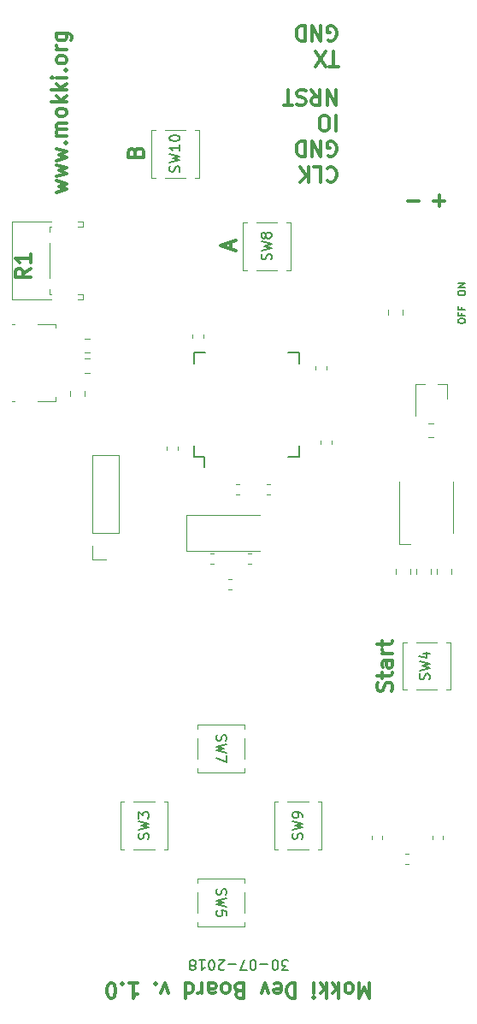
<source format=gbr>
G04 #@! TF.GenerationSoftware,KiCad,Pcbnew,5.0.0*
G04 #@! TF.CreationDate,2018-07-31T02:42:52+02:00*
G04 #@! TF.ProjectId,mokki-dev-board,6D6F6B6B692D6465762D626F6172642E,rev?*
G04 #@! TF.SameCoordinates,Original*
G04 #@! TF.FileFunction,Legend,Top*
G04 #@! TF.FilePolarity,Positive*
%FSLAX46Y46*%
G04 Gerber Fmt 4.6, Leading zero omitted, Abs format (unit mm)*
G04 Created by KiCad (PCBNEW 5.0.0) date Tue Jul 31 02:42:52 2018*
%MOMM*%
%LPD*%
G01*
G04 APERTURE LIST*
%ADD10C,0.175000*%
%ADD11C,0.300000*%
%ADD12C,0.200000*%
%ADD13C,0.150000*%
%ADD14C,0.120000*%
G04 APERTURE END LIST*
D10*
X274572901Y-92038282D02*
X274572901Y-91904949D01*
X274606235Y-91838282D01*
X274672901Y-91771615D01*
X274806235Y-91738282D01*
X275039568Y-91738282D01*
X275172901Y-91771615D01*
X275239568Y-91838282D01*
X275272901Y-91904949D01*
X275272901Y-92038282D01*
X275239568Y-92104949D01*
X275172901Y-92171615D01*
X275039568Y-92204949D01*
X274806235Y-92204949D01*
X274672901Y-92171615D01*
X274606235Y-92104949D01*
X274572901Y-92038282D01*
X275272901Y-91438282D02*
X274572901Y-91438282D01*
X275272901Y-91038282D01*
X274572901Y-91038282D01*
X274572901Y-94811615D02*
X274572901Y-94678282D01*
X274606235Y-94611615D01*
X274672901Y-94544949D01*
X274806235Y-94511615D01*
X275039568Y-94511615D01*
X275172901Y-94544949D01*
X275239568Y-94611615D01*
X275272901Y-94678282D01*
X275272901Y-94811615D01*
X275239568Y-94878282D01*
X275172901Y-94944949D01*
X275039568Y-94978282D01*
X274806235Y-94978282D01*
X274672901Y-94944949D01*
X274606235Y-94878282D01*
X274572901Y-94811615D01*
X274906235Y-93978282D02*
X274906235Y-94211615D01*
X275272901Y-94211615D02*
X274572901Y-94211615D01*
X274572901Y-93878282D01*
X274906235Y-93378282D02*
X274906235Y-93611615D01*
X275272901Y-93611615D02*
X274572901Y-93611615D01*
X274572901Y-93278282D01*
D11*
X232200806Y-89568949D02*
X231486520Y-90068949D01*
X232200806Y-90426091D02*
X230700806Y-90426091D01*
X230700806Y-89854663D01*
X230772235Y-89711806D01*
X230843663Y-89640377D01*
X230986520Y-89568949D01*
X231200806Y-89568949D01*
X231343663Y-89640377D01*
X231415092Y-89711806D01*
X231486520Y-89854663D01*
X231486520Y-90426091D01*
X232200806Y-88140377D02*
X232200806Y-88997520D01*
X232200806Y-88568949D02*
X230700806Y-88568949D01*
X230915092Y-88711806D01*
X231057949Y-88854663D01*
X231129377Y-88997520D01*
X242591092Y-78035806D02*
X242662520Y-77821520D01*
X242733949Y-77750091D01*
X242876806Y-77678663D01*
X243091092Y-77678663D01*
X243233949Y-77750091D01*
X243305377Y-77821520D01*
X243376806Y-77964377D01*
X243376806Y-78535806D01*
X241876806Y-78535806D01*
X241876806Y-78035806D01*
X241948235Y-77892949D01*
X242019663Y-77821520D01*
X242162520Y-77750091D01*
X242305377Y-77750091D01*
X242448235Y-77821520D01*
X242519663Y-77892949D01*
X242591092Y-78035806D01*
X242591092Y-78535806D01*
X252092235Y-87644091D02*
X252092235Y-86929806D01*
X252520806Y-87786949D02*
X251020806Y-87286949D01*
X252520806Y-86786949D01*
X267943377Y-131371520D02*
X268014806Y-131157234D01*
X268014806Y-130800091D01*
X267943377Y-130657234D01*
X267871949Y-130585806D01*
X267729092Y-130514377D01*
X267586235Y-130514377D01*
X267443377Y-130585806D01*
X267371949Y-130657234D01*
X267300520Y-130800091D01*
X267229092Y-131085806D01*
X267157663Y-131228663D01*
X267086235Y-131300091D01*
X266943377Y-131371520D01*
X266800520Y-131371520D01*
X266657663Y-131300091D01*
X266586235Y-131228663D01*
X266514806Y-131085806D01*
X266514806Y-130728663D01*
X266586235Y-130514377D01*
X267014806Y-130085806D02*
X267014806Y-129514377D01*
X266514806Y-129871520D02*
X267800520Y-129871520D01*
X267943377Y-129800091D01*
X268014806Y-129657234D01*
X268014806Y-129514377D01*
X268014806Y-128371520D02*
X267229092Y-128371520D01*
X267086235Y-128442949D01*
X267014806Y-128585806D01*
X267014806Y-128871520D01*
X267086235Y-129014377D01*
X267943377Y-128371520D02*
X268014806Y-128514377D01*
X268014806Y-128871520D01*
X267943377Y-129014377D01*
X267800520Y-129085806D01*
X267657663Y-129085806D01*
X267514806Y-129014377D01*
X267443377Y-128871520D01*
X267443377Y-128514377D01*
X267371949Y-128371520D01*
X268014806Y-127657234D02*
X267014806Y-127657234D01*
X267300520Y-127657234D02*
X267157663Y-127585806D01*
X267086235Y-127514377D01*
X267014806Y-127371520D01*
X267014806Y-127228663D01*
X267014806Y-126942949D02*
X267014806Y-126371520D01*
X266514806Y-126728663D02*
X267800520Y-126728663D01*
X267943377Y-126657234D01*
X268014806Y-126514377D01*
X268014806Y-126371520D01*
X261680377Y-66954949D02*
X261823235Y-67026377D01*
X262037520Y-67026377D01*
X262251806Y-66954949D01*
X262394663Y-66812091D01*
X262466092Y-66669234D01*
X262537520Y-66383520D01*
X262537520Y-66169234D01*
X262466092Y-65883520D01*
X262394663Y-65740663D01*
X262251806Y-65597806D01*
X262037520Y-65526377D01*
X261894663Y-65526377D01*
X261680377Y-65597806D01*
X261608949Y-65669234D01*
X261608949Y-66169234D01*
X261894663Y-66169234D01*
X260966092Y-65526377D02*
X260966092Y-67026377D01*
X260108949Y-65526377D01*
X260108949Y-67026377D01*
X259394663Y-65526377D02*
X259394663Y-67026377D01*
X259037520Y-67026377D01*
X258823235Y-66954949D01*
X258680377Y-66812091D01*
X258608949Y-66669234D01*
X258537520Y-66383520D01*
X258537520Y-66169234D01*
X258608949Y-65883520D01*
X258680377Y-65740663D01*
X258823235Y-65597806D01*
X259037520Y-65526377D01*
X259394663Y-65526377D01*
X262680377Y-69566377D02*
X261823235Y-69566377D01*
X262251806Y-68066377D02*
X262251806Y-69566377D01*
X261466092Y-69566377D02*
X260466092Y-68066377D01*
X260466092Y-69566377D02*
X261466092Y-68066377D01*
X262466092Y-71876377D02*
X262466092Y-73376377D01*
X261608949Y-71876377D01*
X261608949Y-73376377D01*
X260037520Y-71876377D02*
X260537520Y-72590663D01*
X260894663Y-71876377D02*
X260894663Y-73376377D01*
X260323235Y-73376377D01*
X260180377Y-73304949D01*
X260108949Y-73233520D01*
X260037520Y-73090663D01*
X260037520Y-72876377D01*
X260108949Y-72733520D01*
X260180377Y-72662091D01*
X260323235Y-72590663D01*
X260894663Y-72590663D01*
X259466092Y-71947806D02*
X259251806Y-71876377D01*
X258894663Y-71876377D01*
X258751806Y-71947806D01*
X258680377Y-72019234D01*
X258608949Y-72162091D01*
X258608949Y-72304949D01*
X258680377Y-72447806D01*
X258751806Y-72519234D01*
X258894663Y-72590663D01*
X259180377Y-72662091D01*
X259323235Y-72733520D01*
X259394663Y-72804949D01*
X259466092Y-72947806D01*
X259466092Y-73090663D01*
X259394663Y-73233520D01*
X259323235Y-73304949D01*
X259180377Y-73376377D01*
X258823235Y-73376377D01*
X258608949Y-73304949D01*
X258180377Y-73376377D02*
X257323235Y-73376377D01*
X257751806Y-71876377D02*
X257751806Y-73376377D01*
X262466092Y-74416377D02*
X262466092Y-75916377D01*
X261466092Y-75916377D02*
X261180377Y-75916377D01*
X261037520Y-75844949D01*
X260894663Y-75702091D01*
X260823235Y-75416377D01*
X260823235Y-74916377D01*
X260894663Y-74630663D01*
X261037520Y-74487806D01*
X261180377Y-74416377D01*
X261466092Y-74416377D01*
X261608949Y-74487806D01*
X261751806Y-74630663D01*
X261823235Y-74916377D01*
X261823235Y-75416377D01*
X261751806Y-75702091D01*
X261608949Y-75844949D01*
X261466092Y-75916377D01*
X261680377Y-78384949D02*
X261823235Y-78456377D01*
X262037520Y-78456377D01*
X262251806Y-78384949D01*
X262394663Y-78242091D01*
X262466092Y-78099234D01*
X262537520Y-77813520D01*
X262537520Y-77599234D01*
X262466092Y-77313520D01*
X262394663Y-77170663D01*
X262251806Y-77027806D01*
X262037520Y-76956377D01*
X261894663Y-76956377D01*
X261680377Y-77027806D01*
X261608949Y-77099234D01*
X261608949Y-77599234D01*
X261894663Y-77599234D01*
X260966092Y-76956377D02*
X260966092Y-78456377D01*
X260108949Y-76956377D01*
X260108949Y-78456377D01*
X259394663Y-76956377D02*
X259394663Y-78456377D01*
X259037520Y-78456377D01*
X258823235Y-78384949D01*
X258680377Y-78242091D01*
X258608949Y-78099234D01*
X258537520Y-77813520D01*
X258537520Y-77599234D01*
X258608949Y-77313520D01*
X258680377Y-77170663D01*
X258823235Y-77027806D01*
X259037520Y-76956377D01*
X259394663Y-76956377D01*
X261608949Y-79639234D02*
X261680377Y-79567806D01*
X261894663Y-79496377D01*
X262037520Y-79496377D01*
X262251806Y-79567806D01*
X262394663Y-79710663D01*
X262466092Y-79853520D01*
X262537520Y-80139234D01*
X262537520Y-80353520D01*
X262466092Y-80639234D01*
X262394663Y-80782091D01*
X262251806Y-80924949D01*
X262037520Y-80996377D01*
X261894663Y-80996377D01*
X261680377Y-80924949D01*
X261608949Y-80853520D01*
X260251806Y-79496377D02*
X260966092Y-79496377D01*
X260966092Y-80996377D01*
X259751806Y-79496377D02*
X259751806Y-80996377D01*
X258894663Y-79496377D02*
X259537520Y-80353520D01*
X258894663Y-80996377D02*
X259751806Y-80139234D01*
X234771986Y-82007520D02*
X235771986Y-81721806D01*
X235057700Y-81436091D01*
X235771986Y-81150377D01*
X234771986Y-80864663D01*
X234771986Y-80436091D02*
X235771986Y-80150377D01*
X235057700Y-79864663D01*
X235771986Y-79578949D01*
X234771986Y-79293234D01*
X234771986Y-78864663D02*
X235771986Y-78578949D01*
X235057700Y-78293234D01*
X235771986Y-78007520D01*
X234771986Y-77721806D01*
X235629129Y-77150377D02*
X235700557Y-77078949D01*
X235771986Y-77150377D01*
X235700557Y-77221806D01*
X235629129Y-77150377D01*
X235771986Y-77150377D01*
X235771986Y-76436091D02*
X234771986Y-76436091D01*
X234914843Y-76436091D02*
X234843415Y-76364663D01*
X234771986Y-76221806D01*
X234771986Y-76007520D01*
X234843415Y-75864663D01*
X234986272Y-75793234D01*
X235771986Y-75793234D01*
X234986272Y-75793234D02*
X234843415Y-75721806D01*
X234771986Y-75578949D01*
X234771986Y-75364663D01*
X234843415Y-75221806D01*
X234986272Y-75150377D01*
X235771986Y-75150377D01*
X235771986Y-74221806D02*
X235700557Y-74364663D01*
X235629129Y-74436091D01*
X235486272Y-74507520D01*
X235057700Y-74507520D01*
X234914843Y-74436091D01*
X234843415Y-74364663D01*
X234771986Y-74221806D01*
X234771986Y-74007520D01*
X234843415Y-73864663D01*
X234914843Y-73793234D01*
X235057700Y-73721806D01*
X235486272Y-73721806D01*
X235629129Y-73793234D01*
X235700557Y-73864663D01*
X235771986Y-74007520D01*
X235771986Y-74221806D01*
X235771986Y-73078949D02*
X234271986Y-73078949D01*
X235200557Y-72936091D02*
X235771986Y-72507520D01*
X234771986Y-72507520D02*
X235343415Y-73078949D01*
X235771986Y-71864663D02*
X234271986Y-71864663D01*
X235200557Y-71721806D02*
X235771986Y-71293234D01*
X234771986Y-71293234D02*
X235343415Y-71864663D01*
X235771986Y-70650377D02*
X234771986Y-70650377D01*
X234271986Y-70650377D02*
X234343415Y-70721806D01*
X234414843Y-70650377D01*
X234343415Y-70578949D01*
X234271986Y-70650377D01*
X234414843Y-70650377D01*
X235629129Y-69936091D02*
X235700557Y-69864663D01*
X235771986Y-69936091D01*
X235700557Y-70007520D01*
X235629129Y-69936091D01*
X235771986Y-69936091D01*
X235771986Y-69007520D02*
X235700557Y-69150377D01*
X235629129Y-69221806D01*
X235486272Y-69293234D01*
X235057700Y-69293234D01*
X234914843Y-69221806D01*
X234843415Y-69150377D01*
X234771986Y-69007520D01*
X234771986Y-68793234D01*
X234843415Y-68650377D01*
X234914843Y-68578949D01*
X235057700Y-68507520D01*
X235486272Y-68507520D01*
X235629129Y-68578949D01*
X235700557Y-68650377D01*
X235771986Y-68793234D01*
X235771986Y-69007520D01*
X235771986Y-67864663D02*
X234771986Y-67864663D01*
X235057700Y-67864663D02*
X234914843Y-67793234D01*
X234843415Y-67721806D01*
X234771986Y-67578949D01*
X234771986Y-67436091D01*
X234771986Y-66293234D02*
X235986272Y-66293234D01*
X236129129Y-66364663D01*
X236200557Y-66436091D01*
X236271986Y-66578949D01*
X236271986Y-66793234D01*
X236200557Y-66936091D01*
X235700557Y-66293234D02*
X235771986Y-66436091D01*
X235771986Y-66721806D01*
X235700557Y-66864663D01*
X235629129Y-66936091D01*
X235486272Y-67007520D01*
X235057700Y-67007520D01*
X234914843Y-66936091D01*
X234843415Y-66864663D01*
X234771986Y-66721806D01*
X234771986Y-66436091D01*
X234843415Y-66293234D01*
D12*
X257734996Y-158992568D02*
X257115949Y-158992568D01*
X257449282Y-158611615D01*
X257306425Y-158611615D01*
X257211187Y-158563996D01*
X257163568Y-158516377D01*
X257115949Y-158421139D01*
X257115949Y-158183044D01*
X257163568Y-158087806D01*
X257211187Y-158040187D01*
X257306425Y-157992568D01*
X257592139Y-157992568D01*
X257687377Y-158040187D01*
X257734996Y-158087806D01*
X256496901Y-158992568D02*
X256401663Y-158992568D01*
X256306425Y-158944949D01*
X256258806Y-158897329D01*
X256211187Y-158802091D01*
X256163568Y-158611615D01*
X256163568Y-158373520D01*
X256211187Y-158183044D01*
X256258806Y-158087806D01*
X256306425Y-158040187D01*
X256401663Y-157992568D01*
X256496901Y-157992568D01*
X256592139Y-158040187D01*
X256639758Y-158087806D01*
X256687377Y-158183044D01*
X256734996Y-158373520D01*
X256734996Y-158611615D01*
X256687377Y-158802091D01*
X256639758Y-158897329D01*
X256592139Y-158944949D01*
X256496901Y-158992568D01*
X255734996Y-158373520D02*
X254973092Y-158373520D01*
X254306425Y-158992568D02*
X254211187Y-158992568D01*
X254115949Y-158944949D01*
X254068330Y-158897329D01*
X254020711Y-158802091D01*
X253973092Y-158611615D01*
X253973092Y-158373520D01*
X254020711Y-158183044D01*
X254068330Y-158087806D01*
X254115949Y-158040187D01*
X254211187Y-157992568D01*
X254306425Y-157992568D01*
X254401663Y-158040187D01*
X254449282Y-158087806D01*
X254496901Y-158183044D01*
X254544520Y-158373520D01*
X254544520Y-158611615D01*
X254496901Y-158802091D01*
X254449282Y-158897329D01*
X254401663Y-158944949D01*
X254306425Y-158992568D01*
X253639758Y-158992568D02*
X252973092Y-158992568D01*
X253401663Y-157992568D01*
X252592139Y-158373520D02*
X251830235Y-158373520D01*
X251401663Y-158897329D02*
X251354044Y-158944949D01*
X251258806Y-158992568D01*
X251020711Y-158992568D01*
X250925473Y-158944949D01*
X250877854Y-158897329D01*
X250830235Y-158802091D01*
X250830235Y-158706853D01*
X250877854Y-158563996D01*
X251449282Y-157992568D01*
X250830235Y-157992568D01*
X250211187Y-158992568D02*
X250115949Y-158992568D01*
X250020711Y-158944949D01*
X249973092Y-158897329D01*
X249925473Y-158802091D01*
X249877854Y-158611615D01*
X249877854Y-158373520D01*
X249925473Y-158183044D01*
X249973092Y-158087806D01*
X250020711Y-158040187D01*
X250115949Y-157992568D01*
X250211187Y-157992568D01*
X250306425Y-158040187D01*
X250354044Y-158087806D01*
X250401663Y-158183044D01*
X250449282Y-158373520D01*
X250449282Y-158611615D01*
X250401663Y-158802091D01*
X250354044Y-158897329D01*
X250306425Y-158944949D01*
X250211187Y-158992568D01*
X248925473Y-157992568D02*
X249496901Y-157992568D01*
X249211187Y-157992568D02*
X249211187Y-158992568D01*
X249306425Y-158849710D01*
X249401663Y-158754472D01*
X249496901Y-158706853D01*
X248354044Y-158563996D02*
X248449282Y-158611615D01*
X248496901Y-158659234D01*
X248544520Y-158754472D01*
X248544520Y-158802091D01*
X248496901Y-158897329D01*
X248449282Y-158944949D01*
X248354044Y-158992568D01*
X248163568Y-158992568D01*
X248068330Y-158944949D01*
X248020711Y-158897329D01*
X247973092Y-158802091D01*
X247973092Y-158754472D01*
X248020711Y-158659234D01*
X248068330Y-158611615D01*
X248163568Y-158563996D01*
X248354044Y-158563996D01*
X248449282Y-158516377D01*
X248496901Y-158468758D01*
X248544520Y-158373520D01*
X248544520Y-158183044D01*
X248496901Y-158087806D01*
X248449282Y-158040187D01*
X248354044Y-157992568D01*
X248163568Y-157992568D01*
X248068330Y-158040187D01*
X248020711Y-158087806D01*
X247973092Y-158183044D01*
X247973092Y-158373520D01*
X248020711Y-158468758D01*
X248068330Y-158516377D01*
X248163568Y-158563996D01*
D11*
X265794520Y-160268377D02*
X265794520Y-161768377D01*
X265294520Y-160696949D01*
X264794520Y-161768377D01*
X264794520Y-160268377D01*
X263865949Y-160268377D02*
X264008806Y-160339806D01*
X264080235Y-160411234D01*
X264151663Y-160554091D01*
X264151663Y-160982663D01*
X264080235Y-161125520D01*
X264008806Y-161196949D01*
X263865949Y-161268377D01*
X263651663Y-161268377D01*
X263508806Y-161196949D01*
X263437377Y-161125520D01*
X263365949Y-160982663D01*
X263365949Y-160554091D01*
X263437377Y-160411234D01*
X263508806Y-160339806D01*
X263651663Y-160268377D01*
X263865949Y-160268377D01*
X262723092Y-160268377D02*
X262723092Y-161768377D01*
X262580235Y-160839806D02*
X262151663Y-160268377D01*
X262151663Y-161268377D02*
X262723092Y-160696949D01*
X261508806Y-160268377D02*
X261508806Y-161768377D01*
X261365949Y-160839806D02*
X260937377Y-160268377D01*
X260937377Y-161268377D02*
X261508806Y-160696949D01*
X260294520Y-160268377D02*
X260294520Y-161268377D01*
X260294520Y-161768377D02*
X260365949Y-161696949D01*
X260294520Y-161625520D01*
X260223092Y-161696949D01*
X260294520Y-161768377D01*
X260294520Y-161625520D01*
X258437377Y-160268377D02*
X258437377Y-161768377D01*
X258080235Y-161768377D01*
X257865949Y-161696949D01*
X257723092Y-161554091D01*
X257651663Y-161411234D01*
X257580235Y-161125520D01*
X257580235Y-160911234D01*
X257651663Y-160625520D01*
X257723092Y-160482663D01*
X257865949Y-160339806D01*
X258080235Y-160268377D01*
X258437377Y-160268377D01*
X256365949Y-160339806D02*
X256508806Y-160268377D01*
X256794520Y-160268377D01*
X256937377Y-160339806D01*
X257008806Y-160482663D01*
X257008806Y-161054091D01*
X256937377Y-161196949D01*
X256794520Y-161268377D01*
X256508806Y-161268377D01*
X256365949Y-161196949D01*
X256294520Y-161054091D01*
X256294520Y-160911234D01*
X257008806Y-160768377D01*
X255794520Y-161268377D02*
X255437377Y-160268377D01*
X255080235Y-161268377D01*
X252865949Y-161054091D02*
X252651663Y-160982663D01*
X252580235Y-160911234D01*
X252508806Y-160768377D01*
X252508806Y-160554091D01*
X252580235Y-160411234D01*
X252651663Y-160339806D01*
X252794520Y-160268377D01*
X253365949Y-160268377D01*
X253365949Y-161768377D01*
X252865949Y-161768377D01*
X252723092Y-161696949D01*
X252651663Y-161625520D01*
X252580235Y-161482663D01*
X252580235Y-161339806D01*
X252651663Y-161196949D01*
X252723092Y-161125520D01*
X252865949Y-161054091D01*
X253365949Y-161054091D01*
X251651663Y-160268377D02*
X251794520Y-160339806D01*
X251865949Y-160411234D01*
X251937377Y-160554091D01*
X251937377Y-160982663D01*
X251865949Y-161125520D01*
X251794520Y-161196949D01*
X251651663Y-161268377D01*
X251437377Y-161268377D01*
X251294520Y-161196949D01*
X251223092Y-161125520D01*
X251151663Y-160982663D01*
X251151663Y-160554091D01*
X251223092Y-160411234D01*
X251294520Y-160339806D01*
X251437377Y-160268377D01*
X251651663Y-160268377D01*
X249865949Y-160268377D02*
X249865949Y-161054091D01*
X249937377Y-161196949D01*
X250080235Y-161268377D01*
X250365949Y-161268377D01*
X250508806Y-161196949D01*
X249865949Y-160339806D02*
X250008806Y-160268377D01*
X250365949Y-160268377D01*
X250508806Y-160339806D01*
X250580235Y-160482663D01*
X250580235Y-160625520D01*
X250508806Y-160768377D01*
X250365949Y-160839806D01*
X250008806Y-160839806D01*
X249865949Y-160911234D01*
X249151663Y-160268377D02*
X249151663Y-161268377D01*
X249151663Y-160982663D02*
X249080235Y-161125520D01*
X249008806Y-161196949D01*
X248865949Y-161268377D01*
X248723092Y-161268377D01*
X247580235Y-160268377D02*
X247580235Y-161768377D01*
X247580235Y-160339806D02*
X247723092Y-160268377D01*
X248008806Y-160268377D01*
X248151663Y-160339806D01*
X248223092Y-160411234D01*
X248294520Y-160554091D01*
X248294520Y-160982663D01*
X248223092Y-161125520D01*
X248151663Y-161196949D01*
X248008806Y-161268377D01*
X247723092Y-161268377D01*
X247580235Y-161196949D01*
X245865949Y-161268377D02*
X245508806Y-160268377D01*
X245151663Y-161268377D01*
X244580235Y-160411234D02*
X244508806Y-160339806D01*
X244580235Y-160268377D01*
X244651663Y-160339806D01*
X244580235Y-160411234D01*
X244580235Y-160268377D01*
X241937377Y-160268377D02*
X242794520Y-160268377D01*
X242365949Y-160268377D02*
X242365949Y-161768377D01*
X242508806Y-161554091D01*
X242651663Y-161411234D01*
X242794520Y-161339806D01*
X241294520Y-160411234D02*
X241223092Y-160339806D01*
X241294520Y-160268377D01*
X241365949Y-160339806D01*
X241294520Y-160411234D01*
X241294520Y-160268377D01*
X240294520Y-161768377D02*
X240151663Y-161768377D01*
X240008806Y-161696949D01*
X239937377Y-161625520D01*
X239865949Y-161482663D01*
X239794520Y-161196949D01*
X239794520Y-160839806D01*
X239865949Y-160554091D01*
X239937377Y-160411234D01*
X240008806Y-160339806D01*
X240151663Y-160268377D01*
X240294520Y-160268377D01*
X240437377Y-160339806D01*
X240508806Y-160411234D01*
X240580235Y-160554091D01*
X240651663Y-160839806D01*
X240651663Y-161196949D01*
X240580235Y-161482663D01*
X240508806Y-161625520D01*
X240437377Y-161696949D01*
X240294520Y-161768377D01*
X270701663Y-82861806D02*
X269558806Y-82861806D01*
X273241663Y-82861806D02*
X272098806Y-82861806D01*
X272670235Y-82290377D02*
X272670235Y-83433234D01*
D13*
G04 #@! TO.C,U1*
X249445235Y-108209949D02*
X249445235Y-109234949D01*
X248445235Y-97859949D02*
X248445235Y-98934949D01*
X258795235Y-97859949D02*
X258795235Y-98934949D01*
X258795235Y-108209949D02*
X258795235Y-107134949D01*
X248445235Y-108209949D02*
X248445235Y-107134949D01*
X258795235Y-108209949D02*
X257720235Y-108209949D01*
X258795235Y-97859949D02*
X257720235Y-97859949D01*
X248445235Y-97859949D02*
X249520235Y-97859949D01*
X248445235Y-108209949D02*
X249445235Y-108209949D01*
D14*
G04 #@! TO.C,C1*
X250033968Y-117764949D02*
X250376502Y-117764949D01*
X250033968Y-118784949D02*
X250376502Y-118784949D01*
G04 #@! TO.C,C2*
X271997466Y-145666249D02*
X271997466Y-146008783D01*
X273017466Y-145666249D02*
X273017466Y-146008783D01*
G04 #@! TO.C,C3*
X254125502Y-117764949D02*
X253782968Y-117764949D01*
X254125502Y-118784949D02*
X253782968Y-118784949D01*
G04 #@! TO.C,C4*
X267017466Y-145666249D02*
X267017466Y-146008783D01*
X265997466Y-145666249D02*
X265997466Y-146008783D01*
G04 #@! TO.C,C9*
X267642235Y-93638697D02*
X267642235Y-94161201D01*
X269062235Y-93638697D02*
X269062235Y-94161201D01*
G04 #@! TO.C,D1*
X274100235Y-110694949D02*
X274100235Y-115694949D01*
X269800235Y-116794949D02*
X268700235Y-116794949D01*
X268700235Y-116794949D02*
X268700235Y-110694949D01*
G04 #@! TO.C,J1*
X230380235Y-95044949D02*
X230640235Y-95044949D01*
X232920235Y-95044949D02*
X234690235Y-95044949D01*
X234690235Y-95044949D02*
X234690235Y-95424949D01*
X234690235Y-102664949D02*
X232920235Y-102664949D01*
X230640235Y-102664949D02*
X230380235Y-102664949D01*
X234690235Y-102664949D02*
X234690235Y-102284949D01*
G04 #@! TO.C,J3*
X239650235Y-118334949D02*
X238320235Y-118334949D01*
X238320235Y-118334949D02*
X238320235Y-117004949D01*
X238320235Y-115734949D02*
X238320235Y-108054949D01*
X240980235Y-108054949D02*
X238320235Y-108054949D01*
X240980235Y-115734949D02*
X240980235Y-108054949D01*
X240980235Y-115734949D02*
X238320235Y-115734949D01*
G04 #@! TO.C,Q1*
X273488235Y-101004949D02*
X273488235Y-102464949D01*
X270328235Y-101004949D02*
X270328235Y-104164949D01*
X270328235Y-101004949D02*
X271258235Y-101004949D01*
X273488235Y-101004949D02*
X272558235Y-101004949D01*
G04 #@! TO.C,R3*
X272160487Y-106284949D02*
X271637983Y-106284949D01*
X272160487Y-104864949D02*
X271637983Y-104864949D01*
G04 #@! TO.C,R4*
X268404235Y-119283697D02*
X268404235Y-119806201D01*
X269824235Y-119283697D02*
X269824235Y-119806201D01*
G04 #@! TO.C,R5*
X271856235Y-119283697D02*
X271856235Y-119806201D01*
X270436235Y-119283697D02*
X270436235Y-119806201D01*
G04 #@! TO.C,R6*
X272468235Y-119283697D02*
X272468235Y-119806201D01*
X273888235Y-119283697D02*
X273888235Y-119806201D01*
G04 #@! TO.C,R7*
X236120235Y-102206201D02*
X236120235Y-101683697D01*
X237540235Y-102206201D02*
X237540235Y-101683697D01*
G04 #@! TO.C,R8*
X238091487Y-96484949D02*
X237568983Y-96484949D01*
X238091487Y-97904949D02*
X237568983Y-97904949D01*
G04 #@! TO.C,R9*
X238091487Y-99904949D02*
X237568983Y-99904949D01*
X238091487Y-98484949D02*
X237568983Y-98484949D01*
G04 #@! TO.C,SW3*
X242430235Y-142320949D02*
X244490235Y-142320949D01*
X242430235Y-147060949D02*
X244490235Y-147060949D01*
X241090235Y-147060949D02*
X241490235Y-147060949D01*
X241090235Y-142320949D02*
X241090235Y-147060949D01*
X241090235Y-142320949D02*
X241490235Y-142320949D01*
X245830235Y-147060949D02*
X245430235Y-147060949D01*
X245830235Y-142320949D02*
X245430235Y-142320949D01*
X245830235Y-142320949D02*
X245830235Y-147060949D01*
G04 #@! TO.C,SW4*
X272454235Y-131268949D02*
X270394235Y-131268949D01*
X272454235Y-126528949D02*
X270394235Y-126528949D01*
X273794235Y-126528949D02*
X273394235Y-126528949D01*
X273794235Y-131268949D02*
X273794235Y-126528949D01*
X273794235Y-131268949D02*
X273394235Y-131268949D01*
X269054235Y-126528949D02*
X269454235Y-126528949D01*
X269054235Y-131268949D02*
X269454235Y-131268949D01*
X269054235Y-131268949D02*
X269054235Y-126528949D01*
G04 #@! TO.C,SW5*
X248710235Y-149940949D02*
X253450235Y-149940949D01*
X248710235Y-149940949D02*
X248710235Y-150340949D01*
X253450235Y-149940949D02*
X253450235Y-150340949D01*
X248710235Y-154680949D02*
X248710235Y-154280949D01*
X248710235Y-154680949D02*
X253450235Y-154680949D01*
X253450235Y-154680949D02*
X253450235Y-154280949D01*
X253450235Y-153340949D02*
X253450235Y-151280949D01*
X248710235Y-153340949D02*
X248710235Y-151280949D01*
G04 #@! TO.C,SW6*
X234066235Y-90464949D02*
X234066235Y-87064949D01*
X234066235Y-92104949D02*
X234066235Y-91564949D01*
X236896235Y-84904949D02*
X237406235Y-84904949D01*
X237406235Y-85424949D02*
X237406235Y-84904949D01*
X236896235Y-85424949D02*
X237406235Y-85424949D01*
X234066235Y-85964949D02*
X234066235Y-85424949D01*
X236896235Y-92624949D02*
X237406235Y-92624949D01*
X236896235Y-92104949D02*
X237406235Y-92104949D01*
X234066235Y-85424949D02*
X234296235Y-85424949D01*
X230396235Y-92624949D02*
X234296235Y-92624949D01*
X237406235Y-92624949D02*
X237406235Y-92104949D01*
X230396235Y-84904949D02*
X234296235Y-84904949D01*
X230396235Y-92624949D02*
X230396235Y-84904949D01*
X234066235Y-92104949D02*
X234296235Y-92104949D01*
G04 #@! TO.C,SW7*
X248710235Y-138100949D02*
X248710235Y-136040949D01*
X253450235Y-138100949D02*
X253450235Y-136040949D01*
X253450235Y-139440949D02*
X253450235Y-139040949D01*
X248710235Y-139440949D02*
X253450235Y-139440949D01*
X248710235Y-139440949D02*
X248710235Y-139040949D01*
X253450235Y-134700949D02*
X253450235Y-135100949D01*
X248710235Y-134700949D02*
X248710235Y-135100949D01*
X248710235Y-134700949D02*
X253450235Y-134700949D01*
G04 #@! TO.C,SW8*
X257998235Y-84960949D02*
X257998235Y-89700949D01*
X257998235Y-84960949D02*
X257598235Y-84960949D01*
X257998235Y-89700949D02*
X257598235Y-89700949D01*
X253258235Y-84960949D02*
X253658235Y-84960949D01*
X253258235Y-84960949D02*
X253258235Y-89700949D01*
X253258235Y-89700949D02*
X253658235Y-89700949D01*
X254598235Y-89700949D02*
X256658235Y-89700949D01*
X254598235Y-84960949D02*
X256658235Y-84960949D01*
G04 #@! TO.C,SW9*
X256330235Y-147060949D02*
X256330235Y-142320949D01*
X256330235Y-147060949D02*
X256730235Y-147060949D01*
X256330235Y-142320949D02*
X256730235Y-142320949D01*
X261070235Y-147060949D02*
X260670235Y-147060949D01*
X261070235Y-147060949D02*
X261070235Y-142320949D01*
X261070235Y-142320949D02*
X260670235Y-142320949D01*
X259730235Y-142320949D02*
X257670235Y-142320949D01*
X259730235Y-147060949D02*
X257670235Y-147060949D01*
G04 #@! TO.C,SW10*
X245502235Y-75816949D02*
X247562235Y-75816949D01*
X245502235Y-80556949D02*
X247562235Y-80556949D01*
X244162235Y-80556949D02*
X244562235Y-80556949D01*
X244162235Y-75816949D02*
X244162235Y-80556949D01*
X244162235Y-75816949D02*
X244562235Y-75816949D01*
X248902235Y-80556949D02*
X248502235Y-80556949D01*
X248902235Y-75816949D02*
X248502235Y-75816949D01*
X248902235Y-75816949D02*
X248902235Y-80556949D01*
G04 #@! TO.C,Y1*
X247679235Y-117534949D02*
X254929235Y-117534949D01*
X247679235Y-113934949D02*
X247679235Y-117534949D01*
X254929235Y-113934949D02*
X247679235Y-113934949D01*
G04 #@! TO.C,C5*
X248284235Y-96461216D02*
X248284235Y-96118682D01*
X249304235Y-96461216D02*
X249304235Y-96118682D01*
G04 #@! TO.C,C6*
X260984235Y-106560682D02*
X260984235Y-106903216D01*
X262004235Y-106560682D02*
X262004235Y-106903216D01*
G04 #@! TO.C,C7*
X260476235Y-99194682D02*
X260476235Y-99537216D01*
X261496235Y-99194682D02*
X261496235Y-99537216D01*
G04 #@! TO.C,C8*
X245744235Y-107524216D02*
X245744235Y-107181682D01*
X246764235Y-107524216D02*
X246764235Y-107181682D01*
G04 #@! TO.C,C10*
X255964502Y-110906949D02*
X255621968Y-110906949D01*
X255964502Y-111926949D02*
X255621968Y-111926949D01*
G04 #@! TO.C,C11*
X252545968Y-110906949D02*
X252888502Y-110906949D01*
X252545968Y-111926949D02*
X252888502Y-111926949D01*
G04 #@! TO.C,R1*
X252126502Y-121324949D02*
X251783968Y-121324949D01*
X252126502Y-120304949D02*
X251783968Y-120304949D01*
G04 #@! TO.C,R2*
X269311199Y-148472516D02*
X269653733Y-148472516D01*
X269311199Y-147452516D02*
X269653733Y-147452516D01*
G04 #@! TO.C,SW3*
D13*
X243864996Y-146024282D02*
X243912615Y-145881425D01*
X243912615Y-145643329D01*
X243864996Y-145548091D01*
X243817377Y-145500472D01*
X243722139Y-145452853D01*
X243626901Y-145452853D01*
X243531663Y-145500472D01*
X243484044Y-145548091D01*
X243436425Y-145643329D01*
X243388806Y-145833806D01*
X243341187Y-145929044D01*
X243293568Y-145976663D01*
X243198330Y-146024282D01*
X243103092Y-146024282D01*
X243007854Y-145976663D01*
X242960235Y-145929044D01*
X242912615Y-145833806D01*
X242912615Y-145595710D01*
X242960235Y-145452853D01*
X242912615Y-145119520D02*
X243912615Y-144881425D01*
X243198330Y-144690949D01*
X243912615Y-144500472D01*
X242912615Y-144262377D01*
X242912615Y-143976663D02*
X242912615Y-143357615D01*
X243293568Y-143690949D01*
X243293568Y-143548091D01*
X243341187Y-143452853D01*
X243388806Y-143405234D01*
X243484044Y-143357615D01*
X243722139Y-143357615D01*
X243817377Y-143405234D01*
X243864996Y-143452853D01*
X243912615Y-143548091D01*
X243912615Y-143833806D01*
X243864996Y-143929044D01*
X243817377Y-143976663D01*
G04 #@! TO.C,SW4*
X271699996Y-130232282D02*
X271747615Y-130089425D01*
X271747615Y-129851329D01*
X271699996Y-129756091D01*
X271652377Y-129708472D01*
X271557139Y-129660853D01*
X271461901Y-129660853D01*
X271366663Y-129708472D01*
X271319044Y-129756091D01*
X271271425Y-129851329D01*
X271223806Y-130041806D01*
X271176187Y-130137044D01*
X271128568Y-130184663D01*
X271033330Y-130232282D01*
X270938092Y-130232282D01*
X270842854Y-130184663D01*
X270795235Y-130137044D01*
X270747615Y-130041806D01*
X270747615Y-129803710D01*
X270795235Y-129660853D01*
X270747615Y-129327520D02*
X271747615Y-129089425D01*
X271033330Y-128898949D01*
X271747615Y-128708472D01*
X270747615Y-128470377D01*
X271080949Y-127660853D02*
X271747615Y-127660853D01*
X270699996Y-127898949D02*
X271414282Y-128137044D01*
X271414282Y-127517996D01*
G04 #@! TO.C,SW5*
X250675473Y-150977615D02*
X250627854Y-151120472D01*
X250627854Y-151358568D01*
X250675473Y-151453806D01*
X250723092Y-151501425D01*
X250818330Y-151549044D01*
X250913568Y-151549044D01*
X251008806Y-151501425D01*
X251056425Y-151453806D01*
X251104044Y-151358568D01*
X251151663Y-151168091D01*
X251199282Y-151072853D01*
X251246901Y-151025234D01*
X251342139Y-150977615D01*
X251437377Y-150977615D01*
X251532615Y-151025234D01*
X251580235Y-151072853D01*
X251627854Y-151168091D01*
X251627854Y-151406187D01*
X251580235Y-151549044D01*
X251627854Y-151882377D02*
X250627854Y-152120472D01*
X251342139Y-152310949D01*
X250627854Y-152501425D01*
X251627854Y-152739520D01*
X251627854Y-153596663D02*
X251627854Y-153120472D01*
X251151663Y-153072853D01*
X251199282Y-153120472D01*
X251246901Y-153215710D01*
X251246901Y-153453806D01*
X251199282Y-153549044D01*
X251151663Y-153596663D01*
X251056425Y-153644282D01*
X250818330Y-153644282D01*
X250723092Y-153596663D01*
X250675473Y-153549044D01*
X250627854Y-153453806D01*
X250627854Y-153215710D01*
X250675473Y-153120472D01*
X250723092Y-153072853D01*
G04 #@! TO.C,SW7*
X250675473Y-135737615D02*
X250627854Y-135880472D01*
X250627854Y-136118568D01*
X250675473Y-136213806D01*
X250723092Y-136261425D01*
X250818330Y-136309044D01*
X250913568Y-136309044D01*
X251008806Y-136261425D01*
X251056425Y-136213806D01*
X251104044Y-136118568D01*
X251151663Y-135928091D01*
X251199282Y-135832853D01*
X251246901Y-135785234D01*
X251342139Y-135737615D01*
X251437377Y-135737615D01*
X251532615Y-135785234D01*
X251580235Y-135832853D01*
X251627854Y-135928091D01*
X251627854Y-136166187D01*
X251580235Y-136309044D01*
X251627854Y-136642377D02*
X250627854Y-136880472D01*
X251342139Y-137070949D01*
X250627854Y-137261425D01*
X251627854Y-137499520D01*
X251627854Y-137785234D02*
X251627854Y-138451901D01*
X250627854Y-138023329D01*
G04 #@! TO.C,SW8*
X256032996Y-88664282D02*
X256080615Y-88521425D01*
X256080615Y-88283329D01*
X256032996Y-88188091D01*
X255985377Y-88140472D01*
X255890139Y-88092853D01*
X255794901Y-88092853D01*
X255699663Y-88140472D01*
X255652044Y-88188091D01*
X255604425Y-88283329D01*
X255556806Y-88473806D01*
X255509187Y-88569044D01*
X255461568Y-88616663D01*
X255366330Y-88664282D01*
X255271092Y-88664282D01*
X255175854Y-88616663D01*
X255128235Y-88569044D01*
X255080615Y-88473806D01*
X255080615Y-88235710D01*
X255128235Y-88092853D01*
X255080615Y-87759520D02*
X256080615Y-87521425D01*
X255366330Y-87330949D01*
X256080615Y-87140472D01*
X255080615Y-86902377D01*
X255509187Y-86378568D02*
X255461568Y-86473806D01*
X255413949Y-86521425D01*
X255318711Y-86569044D01*
X255271092Y-86569044D01*
X255175854Y-86521425D01*
X255128235Y-86473806D01*
X255080615Y-86378568D01*
X255080615Y-86188091D01*
X255128235Y-86092853D01*
X255175854Y-86045234D01*
X255271092Y-85997615D01*
X255318711Y-85997615D01*
X255413949Y-86045234D01*
X255461568Y-86092853D01*
X255509187Y-86188091D01*
X255509187Y-86378568D01*
X255556806Y-86473806D01*
X255604425Y-86521425D01*
X255699663Y-86569044D01*
X255890139Y-86569044D01*
X255985377Y-86521425D01*
X256032996Y-86473806D01*
X256080615Y-86378568D01*
X256080615Y-86188091D01*
X256032996Y-86092853D01*
X255985377Y-86045234D01*
X255890139Y-85997615D01*
X255699663Y-85997615D01*
X255604425Y-86045234D01*
X255556806Y-86092853D01*
X255509187Y-86188091D01*
G04 #@! TO.C,SW9*
X259104996Y-146024282D02*
X259152615Y-145881425D01*
X259152615Y-145643329D01*
X259104996Y-145548091D01*
X259057377Y-145500472D01*
X258962139Y-145452853D01*
X258866901Y-145452853D01*
X258771663Y-145500472D01*
X258724044Y-145548091D01*
X258676425Y-145643329D01*
X258628806Y-145833806D01*
X258581187Y-145929044D01*
X258533568Y-145976663D01*
X258438330Y-146024282D01*
X258343092Y-146024282D01*
X258247854Y-145976663D01*
X258200235Y-145929044D01*
X258152615Y-145833806D01*
X258152615Y-145595710D01*
X258200235Y-145452853D01*
X258152615Y-145119520D02*
X259152615Y-144881425D01*
X258438330Y-144690949D01*
X259152615Y-144500472D01*
X258152615Y-144262377D01*
X259152615Y-143833806D02*
X259152615Y-143643329D01*
X259104996Y-143548091D01*
X259057377Y-143500472D01*
X258914520Y-143405234D01*
X258724044Y-143357615D01*
X258343092Y-143357615D01*
X258247854Y-143405234D01*
X258200235Y-143452853D01*
X258152615Y-143548091D01*
X258152615Y-143738568D01*
X258200235Y-143833806D01*
X258247854Y-143881425D01*
X258343092Y-143929044D01*
X258581187Y-143929044D01*
X258676425Y-143881425D01*
X258724044Y-143833806D01*
X258771663Y-143738568D01*
X258771663Y-143548091D01*
X258724044Y-143452853D01*
X258676425Y-143405234D01*
X258581187Y-143357615D01*
G04 #@! TO.C,SW10*
X246936996Y-79996472D02*
X246984615Y-79853615D01*
X246984615Y-79615520D01*
X246936996Y-79520282D01*
X246889377Y-79472663D01*
X246794139Y-79425044D01*
X246698901Y-79425044D01*
X246603663Y-79472663D01*
X246556044Y-79520282D01*
X246508425Y-79615520D01*
X246460806Y-79805996D01*
X246413187Y-79901234D01*
X246365568Y-79948853D01*
X246270330Y-79996472D01*
X246175092Y-79996472D01*
X246079854Y-79948853D01*
X246032235Y-79901234D01*
X245984615Y-79805996D01*
X245984615Y-79567901D01*
X246032235Y-79425044D01*
X245984615Y-79091710D02*
X246984615Y-78853615D01*
X246270330Y-78663139D01*
X246984615Y-78472663D01*
X245984615Y-78234568D01*
X246984615Y-77329806D02*
X246984615Y-77901234D01*
X246984615Y-77615520D02*
X245984615Y-77615520D01*
X246127473Y-77710758D01*
X246222711Y-77805996D01*
X246270330Y-77901234D01*
X245984615Y-76710758D02*
X245984615Y-76615520D01*
X246032235Y-76520282D01*
X246079854Y-76472663D01*
X246175092Y-76425044D01*
X246365568Y-76377425D01*
X246603663Y-76377425D01*
X246794139Y-76425044D01*
X246889377Y-76472663D01*
X246936996Y-76520282D01*
X246984615Y-76615520D01*
X246984615Y-76710758D01*
X246936996Y-76805996D01*
X246889377Y-76853615D01*
X246794139Y-76901234D01*
X246603663Y-76948853D01*
X246365568Y-76948853D01*
X246175092Y-76901234D01*
X246079854Y-76853615D01*
X246032235Y-76805996D01*
X245984615Y-76710758D01*
G04 #@! TD*
M02*

</source>
